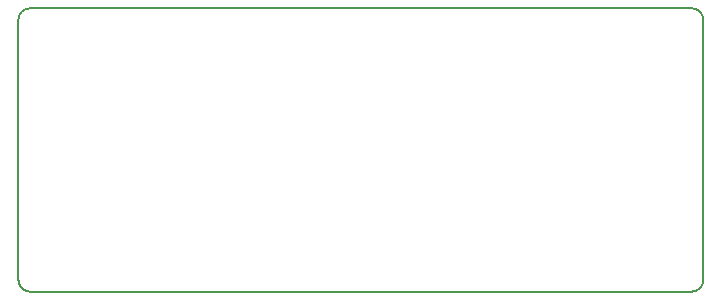
<source format=gbr>
G04 #@! TF.GenerationSoftware,KiCad,Pcbnew,(5.1.0)-1*
G04 #@! TF.CreationDate,2019-03-23T20:55:25-04:00*
G04 #@! TF.ProjectId,current_sense,63757272-656e-4745-9f73-656e73652e6b,rev?*
G04 #@! TF.SameCoordinates,Original*
G04 #@! TF.FileFunction,Profile,NP*
%FSLAX46Y46*%
G04 Gerber Fmt 4.6, Leading zero omitted, Abs format (unit mm)*
G04 Created by KiCad (PCBNEW (5.1.0)-1) date 2019-03-23 20:55:25*
%MOMM*%
%LPD*%
G04 APERTURE LIST*
%ADD10C,0.200000*%
G04 APERTURE END LIST*
D10*
X102496000Y-69228001D02*
X158496000Y-69228001D01*
X101496000Y-46228001D02*
X101496000Y-68228001D01*
X101496001Y-46228000D02*
G75*
G02X102496000Y-45228001I999999J0D01*
G01*
X159496000Y-68228001D02*
X159496000Y-46228000D01*
X102496001Y-69228000D02*
G75*
G02X101496000Y-68228001I-1J1000000D01*
G01*
X159496000Y-68228001D02*
G75*
G02X158496000Y-69228001I-1000000J0D01*
G01*
X158496000Y-45228001D02*
X102496000Y-45228001D01*
X158496000Y-45228000D02*
G75*
G02X159496000Y-46228000I0J-1000000D01*
G01*
M02*

</source>
